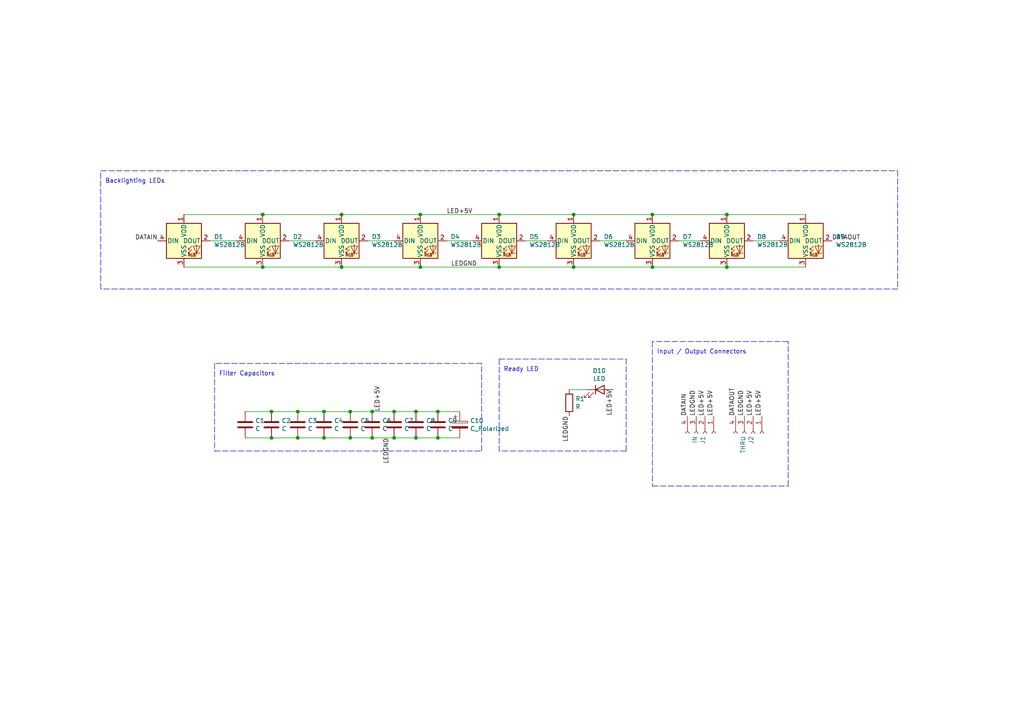
<source format=kicad_sch>
(kicad_sch (version 20211123) (generator eeschema)
  (paper "A4")
  (title_block (title "GEN TIE PANEL") (date "2023-02-10") (rev "3"))
  (lib_symbols
    (symbol "Connector:Conn_01x04_Female" (pin_names (offset 1.016) hide)
      (property "Reference" "J" (at 0 5.08 0))
      (property "Value" "Conn_01x04_Female" (at 0 -7.62 0))
      (symbol "Conn_01x04_Female_1_1"
        (arc (start 0 -4.572) (mid -0.508 -5.08) (end 0 -5.588) (stroke (width 0.1524)))
        (arc (start 0 -2.032) (mid -0.508 -2.54) (end 0 -3.048) (stroke (width 0.1524)))
        (polyline (pts (xy -1.27 -5.08) (xy -0.508 -5.08)) (stroke (width 0.1524)))
        (polyline (pts (xy -1.27 -2.54) (xy -0.508 -2.54)) (stroke (width 0.1524)))
        (polyline (pts (xy -1.27 0) (xy -0.508 0)) (stroke (width 0.1524)))
        (polyline (pts (xy -1.27 2.54) (xy -0.508 2.54)) (stroke (width 0.1524)))
        (arc (start 0 0.508) (mid -0.508 0) (end 0 -0.508) (stroke (width 0.1524)))
        (arc (start 0 3.048) (mid -0.508 2.54) (end 0 2.032) (stroke (width 0.1524)))
        (pin passive line (at -5.08 2.54 0) (length 3.81) (name "Pin_1") (number "1"))
        (pin passive line (at -5.08 0 0) (length 3.81) (name "Pin_2") (number "2"))
        (pin passive line (at -5.08 -2.54 0) (length 3.81) (name "Pin_3") (number "3"))
        (pin passive line (at -5.08 -5.08 0) (length 3.81) (name "Pin_4") (number "4"))
      )
    )
    (symbol "Device:C" (pin_numbers hide) (pin_names (offset 0.254))
      (property "Reference" "C" (at 0.635 2.54 0))
      (property "Value" "C" (at 0.635 -2.54 0))
      (symbol "C_0_1"
        (polyline (pts (xy -2.032 -0.762) (xy 2.032 -0.762)) (stroke (width 0.508)))
        (polyline (pts (xy -2.032 0.762) (xy 2.032 0.762)) (stroke (width 0.508)))
      )
      (symbol "C_1_1"
        (pin passive line (at 0 3.81 270) (length 2.794) (name "~") (number "1"))
        (pin passive line (at 0 -3.81 90) (length 2.794) (name "~") (number "2"))
      )
    )
    (symbol "Device:C_Polarized" (pin_numbers hide) (pin_names (offset 0.254))
      (property "Reference" "C" (at 0.635 2.54 0))
      (property "Value" "C_Polarized" (at 0.635 -2.54 0))
      (symbol "C_Polarized_0_1"
        (rectangle (start -2.286 0.508) (end 2.286 1.016))
        (polyline (pts (xy -1.778 2.286) (xy -0.762 2.286)))
        (polyline (pts (xy -1.27 2.794) (xy -1.27 1.778)))
        (rectangle (start 2.286 -0.508) (end -2.286 -1.016) (fill (type outline)))
      )
      (symbol "C_Polarized_1_1"
        (pin passive line (at 0 3.81 270) (length 2.794) (name "~") (number "1"))
        (pin passive line (at 0 -3.81 90) (length 2.794) (name "~") (number "2"))
      )
    )
    (symbol "Device:LED" (pin_numbers hide) (pin_names (offset 1.016) hide)
      (property "Reference" "D" (at 0 2.54 0))
      (property "Value" "LED" (at 0 -2.54 0))
      (symbol "LED_0_1"
        (polyline (pts (xy -1.27 -1.27) (xy -1.27 1.27)) (stroke (width 0.254)))
        (polyline (pts (xy -1.27 0) (xy 1.27 0)))
        (polyline (pts (xy 1.27 -1.27) (xy 1.27 1.27) (xy -1.27 0) (xy 1.27 -1.27)) (stroke (width 0.254)))
        (polyline (pts (xy -3.048 -0.762) (xy -4.572 -2.286) (xy -3.81 -2.286) (xy -4.572 -2.286) (xy -4.572 -1.524)))
        (polyline (pts (xy -1.778 -0.762) (xy -3.302 -2.286) (xy -2.54 -2.286) (xy -3.302 -2.286) (xy -3.302 -1.524)))
      )
      (symbol "LED_1_1"
        (pin passive line (at -3.81 0 0) (length 2.54) (name "K") (number "1"))
        (pin passive line (at 3.81 0 180) (length 2.54) (name "A") (number "2"))
      )
    )
    (symbol "Device:R" (pin_numbers hide) (pin_names (offset 0))
      (property "Reference" "R" (at 2.032 0 90))
      (property "Value" "R" (at 0 0 90))
      (symbol "R_0_1"
        (rectangle (start -1.016 -2.54) (end 1.016 2.54) (stroke (width 0.254)))
      )
      (symbol "R_1_1"
        (pin passive line (at 0 3.81 270) (length 1.27) (name "~") (number "1"))
        (pin passive line (at 0 -3.81 90) (length 1.27) (name "~") (number "2"))
      )
    )
    (symbol "LED:WS2812B" (pin_names (offset 0.254))
      (property "Reference" "D" (at 5.08 5.715 0))
      (property "Value" "WS2812B" (at 1.27 -5.715 0))
      (symbol "WS2812B_0_0"
        (text "RGB" (at 2.286 -4.191 0) (effects (font (size 0.762 0.762))))
      )
      (symbol "WS2812B_0_1"
        (polyline (pts (xy 1.27 -3.556) (xy 1.778 -3.556)))
        (polyline (pts (xy 1.27 -2.54) (xy 1.778 -2.54)))
        (polyline (pts (xy 4.699 -3.556) (xy 2.667 -3.556)))
        (polyline (pts (xy 2.286 -2.54) (xy 1.27 -3.556) (xy 1.27 -3.048)))
        (polyline (pts (xy 2.286 -1.524) (xy 1.27 -2.54) (xy 1.27 -2.032)))
        (polyline (pts (xy 3.683 -1.016) (xy 3.683 -3.556) (xy 3.683 -4.064)))
        (polyline (pts (xy 4.699 -1.524) (xy 2.667 -1.524) (xy 3.683 -3.556) (xy 4.699 -1.524)))
        (rectangle (start 5.08 5.08) (end -5.08 -5.08) (stroke (width 0.254)) (fill (type background)))
      )
      (symbol "WS2812B_1_1"
        (pin power_in line (at 0 7.62 270) (length 2.54) (name "VDD") (number "1"))
        (pin output line (at 7.62 0 180) (length 2.54) (name "DOUT") (number "2"))
        (pin power_in line (at 0 -7.62 90) (length 2.54) (name "VSS") (number "3"))
        (pin input line (at -7.62 0 0) (length 2.54) (name "DIN") (number "4"))
      )
    )
  )
  (junction (at 210.82 77.47))
  (junction (at 99.06 62.23))
  (junction (at 101.6 127))
  (junction (at 76.2 62.23))
  (junction (at 93.98 119.38))
  (junction (at 144.78 62.23))
  (junction (at 86.36 127))
  (junction (at 120.65 127))
  (junction (at 121.92 77.47))
  (junction (at 120.65 119.38))
  (junction (at 144.78 77.47))
  (junction (at 114.3 119.38))
  (junction (at 189.23 77.47))
  (junction (at 93.98 127))
  (junction (at 189.23 62.23))
  (junction (at 86.36 119.38))
  (junction (at 101.6 119.38))
  (junction (at 107.95 119.38))
  (junction (at 114.3 127))
  (junction (at 166.37 77.47))
  (junction (at 127 119.38))
  (junction (at 76.2 77.47))
  (junction (at 166.37 62.23))
  (junction (at 107.95 127))
  (junction (at 121.92 62.23))
  (junction (at 99.06 77.47))
  (junction (at 78.74 127))
  (junction (at 127 127))
  (junction (at 210.82 62.23))
  (junction (at 78.74 119.38))
  (wire (pts (xy 106.68 69.85) (xy 114.3 69.85)))
  (wire (pts (xy 86.36 127) (xy 93.98 127)))
  (wire (pts (xy 76.2 62.23) (xy 99.06 62.23)))
  (polyline (pts (xy 228.6 140.97) (xy 228.6 99.06)))
  (wire (pts (xy 144.78 62.23) (xy 166.37 62.23)))
  (wire (pts (xy 121.92 62.23) (xy 144.78 62.23)))
  (wire (pts (xy 101.6 119.38) (xy 107.95 119.38)))
  (wire (pts (xy 114.3 127) (xy 120.65 127)))
  (wire (pts (xy 71.12 127) (xy 78.74 127)))
  (wire (pts (xy 120.65 119.38) (xy 127 119.38)))
  (wire (pts (xy 76.2 77.47) (xy 53.34 77.47)))
  (wire (pts (xy 152.4 69.85) (xy 158.75 69.85)))
  (polyline (pts (xy 144.78 104.14) (xy 144.78 130.81)))
  (wire (pts (xy 127 127) (xy 133.35 127)))
  (wire (pts (xy 107.95 119.38) (xy 114.3 119.38)))
  (wire (pts (xy 107.95 127) (xy 114.3 127)))
  (wire (pts (xy 196.85 69.85) (xy 203.2 69.85)))
  (wire (pts (xy 189.23 77.47) (xy 166.37 77.47)))
  (wire (pts (xy 210.82 62.23) (xy 233.68 62.23)))
  (wire (pts (xy 166.37 62.23) (xy 189.23 62.23)))
  (wire (pts (xy 166.37 77.47) (xy 144.78 77.47)))
  (polyline (pts (xy 189.23 99.06) (xy 189.23 140.97)))
  (wire (pts (xy 218.44 69.85) (xy 226.06 69.85)))
  (wire (pts (xy 170.18 113.03) (xy 165.1 113.03)))
  (wire (pts (xy 71.12 119.38) (xy 78.74 119.38)))
  (wire (pts (xy 78.74 119.38) (xy 86.36 119.38)))
  (polyline (pts (xy 228.6 99.06) (xy 189.23 99.06)))
  (wire (pts (xy 83.82 69.85) (xy 91.44 69.85)))
  (wire (pts (xy 120.65 127) (xy 127 127)))
  (polyline (pts (xy 139.7 130.81) (xy 139.7 105.41)))
  (polyline (pts (xy 29.21 83.82) (xy 29.21 49.53)))
  (wire (pts (xy 99.06 62.23) (xy 121.92 62.23)))
  (polyline (pts (xy 181.61 130.81) (xy 144.78 130.81)))
  (wire (pts (xy 121.92 77.47) (xy 99.06 77.47)))
  (wire (pts (xy 78.74 127) (xy 86.36 127)))
  (wire (pts (xy 114.3 119.38) (xy 120.65 119.38)))
  (wire (pts (xy 93.98 127) (xy 101.6 127)))
  (polyline (pts (xy 260.35 49.53) (xy 260.35 83.82)))
  (wire (pts (xy 127 119.38) (xy 133.35 119.38)))
  (polyline (pts (xy 144.78 104.14) (xy 181.61 104.14)))
  (polyline (pts (xy 189.23 140.97) (xy 228.6 140.97)))
  (wire (pts (xy 189.23 62.23) (xy 210.82 62.23)))
  (polyline (pts (xy 260.35 83.82) (xy 29.21 83.82)))
  (polyline (pts (xy 29.21 49.53) (xy 260.35 49.53)))
  (wire (pts (xy 210.82 77.47) (xy 189.23 77.47)))
  (polyline (pts (xy 62.23 130.81) (xy 139.7 130.81)))
  (wire (pts (xy 99.06 77.47) (xy 76.2 77.47)))
  (wire (pts (xy 233.68 77.47) (xy 210.82 77.47)))
  (wire (pts (xy 60.96 69.85) (xy 68.58 69.85)))
  (wire (pts (xy 173.99 69.85) (xy 181.61 69.85)))
  (wire (pts (xy 93.98 119.38) (xy 101.6 119.38)))
  (wire (pts (xy 101.6 127) (xy 107.95 127)))
  (wire (pts (xy 144.78 77.47) (xy 121.92 77.47)))
  (wire (pts (xy 53.34 62.23) (xy 76.2 62.23)))
  (wire (pts (xy 86.36 119.38) (xy 93.98 119.38)))
  (polyline (pts (xy 62.23 105.41) (xy 62.23 130.81)))
  (polyline (pts (xy 181.61 130.81) (xy 181.61 104.14)))
  (polyline (pts (xy 139.7 105.41) (xy 62.23 105.41)))
  (wire (pts (xy 129.54 69.85) (xy 137.16 69.85)))
  (text "Input / Output Connectors" (at 190.5 102.87 0) (effects (font (size 1.27 1.27)) (justify left bottom)))
  (text "Backlighting LEDs" (at 30.48 53.34 0) (effects (font (size 1.27 1.27)) (justify left bottom)))
  (text "Filter Capacitors" (at 63.5 109.22 0) (effects (font (size 1.27 1.27)) (justify left bottom)))
  (text "Ready LED" (at 146.05 107.95 0) (effects (font (size 1.27 1.27)) (justify left bottom)))
  (label "LEDGND" (at 113.03 127 270))
  (label "LEDGND" (at 201.93 120.65 90))
  (label "LED+5V" (at 129.54 62.23 0))
  (label "LEDGND" (at 165.1 120.65 270))
  (label "LED+5V" (at 204.47 120.65 90))
  (label "DATAIN" (at 199.39 120.65 90))
  (label "LED+5V" (at 220.98 120.65 90))
  (label "LED+5V" (at 110.49 119.38 90))
  (label "LEDGND" (at 215.9 120.65 90))
  (label "LED+5V" (at 177.8 113.03 270))
  (label "DATAOUT" (at 213.36 120.65 90))
  (label "LED+5V" (at 218.44 120.65 90))
  (label "DATAOUT" (at 241.3 69.85 0))
  (label "DATAIN" (at 45.72 69.85 180))
  (label "LED+5V" (at 207.01 120.65 90))
  (label "LEDGND" (at 130.81 77.47 0))
  (symbol (lib_id "Device:LED") (at 173.99 113.03 0) (unit 1)
    (property "Reference" "D10" (at 173.8122 107.5182 0))
    (property "Value" "LED" (at 173.8122 109.8296 0))
    (property "Footprint" "OH_Footprints:LED_D3.0mm" (effects hide))
  )
  (symbol (lib_id "Device:C") (at 71.12 123.19 0) (unit 1)
    (property "Reference" "C1" (at 74.041 122.0216 0) (effects (justify left)))
    (property "Value" "C" (at 74.041 124.333 0) (effects (justify left)))
    (property "Footprint" "OH_Footprints:C_0603_1608Metric" (effects hide))
  )
  (symbol (lib_id "Device:R") (at 165.1 116.84 0) (unit 1)
    (property "Reference" "R1" (at 166.878 115.6716 0) (effects (justify left)))
    (property "Value" "R" (at 166.878 117.983 0) (effects (justify left)))
    (property "Footprint" "OH_Footprints:R_0603_1608Metric" (effects hide))
  )
  (symbol (lib_id "Device:C") (at 78.74 123.19 0) (unit 1)
    (property "Reference" "C2" (at 81.661 122.0216 0) (effects (justify left)))
    (property "Value" "C" (at 81.661 124.333 0) (effects (justify left)))
    (property "Footprint" "OH_Footprints:C_0603_1608Metric" (effects hide))
  )
  (symbol (lib_id "Device:C") (at 86.36 123.19 0) (unit 1)
    (property "Reference" "C3" (at 89.281 122.0216 0) (effects (justify left)))
    (property "Value" "C" (at 89.281 124.333 0) (effects (justify left)))
    (property "Footprint" "OH_Footprints:C_0603_1608Metric" (effects hide))
  )
  (symbol (lib_id "Device:C") (at 93.98 123.19 0) (unit 1)
    (property "Reference" "C4" (at 96.901 122.0216 0) (effects (justify left)))
    (property "Value" "C" (at 96.901 124.333 0) (effects (justify left)))
    (property "Footprint" "OH_Footprints:C_0603_1608Metric" (effects hide))
  )
  (symbol (lib_id "Device:C") (at 101.6 123.19 0) (unit 1)
    (property "Reference" "C5" (at 104.521 122.0216 0) (effects (justify left)))
    (property "Value" "C" (at 104.521 124.333 0) (effects (justify left)))
    (property "Footprint" "OH_Footprints:C_0603_1608Metric" (effects hide))
  )
  (symbol (lib_id "Device:C") (at 107.95 123.19 0) (unit 1)
    (property "Reference" "C6" (at 110.871 122.0216 0) (effects (justify left)))
    (property "Value" "C" (at 110.871 124.333 0) (effects (justify left)))
    (property "Footprint" "OH_Footprints:C_0603_1608Metric" (effects hide))
  )
  (symbol (lib_id "Device:C") (at 114.3 123.19 0) (unit 1)
    (property "Reference" "C7" (at 117.221 122.0216 0) (effects (justify left)))
    (property "Value" "C" (at 117.221 124.333 0) (effects (justify left)))
    (property "Footprint" "OH_Footprints:C_0603_1608Metric" (effects hide))
  )
  (symbol (lib_id "Device:C") (at 127 123.19 0) (unit 1)
    (property "Reference" "C9" (at 129.921 122.0216 0) (effects (justify left)))
    (property "Value" "C" (at 129.921 124.333 0) (effects (justify left)))
    (property "Footprint" "OH_Footprints:C_0603_1608Metric" (effects hide))
  )
  (symbol (lib_id "Device:C_Polarized") (at 133.35 123.19 0) (unit 1)
    (property "Reference" "C10" (at 136.3472 122.0216 0) (effects (justify left)))
    (property "Value" "C_Polarized" (at 136.3472 124.333 0) (effects (justify left)))
    (property "Footprint" "OH_Footprints:CP_Elec_8x10" (effects hide))
  )
  (symbol (lib_id "Connector:Conn_01x04_Female") (at 204.47 125.73 270) (unit 1)
    (property "Reference" "J1" (at 203.8604 126.4412 0) (effects (justify left)))
    (property "Value" "IN" (at 201.549 126.4412 0) (effects (justify left)))
    (property "Footprint" "OH_Footprints:Molex_Mini-Fit_Jr_5566-04A_2x02_P4.20mm_Vertical" (effects hide))
  )
  (symbol (lib_id "Connector:Conn_01x04_Female") (at 218.44 125.73 270) (unit 1)
    (property "Reference" "J2" (at 217.8304 126.4412 0) (effects (justify left)))
    (property "Value" "THRU" (at 215.519 126.4412 0) (effects (justify left)))
    (property "Footprint" "OH_Footprints:Molex_Mini-Fit_Jr_5566-04A_2x02_P4.20mm_Vertical" (effects hide))
  )
  (symbol (lib_id "LED:WS2812B") (at 53.34 69.85 0) (unit 1)
    (property "Reference" "D1" (at 62.0776 68.6816 0) (effects (justify left)))
    (property "Value" "WS2812B" (at 62.0776 70.993 0) (effects (justify left)))
    (property "Footprint" "OH_Footprints:LED_WS2812B_PLCC4_5.0x5.0mm_P3.2mm" (effects hide))
    (property "Datasheet" "https://cdn-shop.adafruit.com/datasheets/WS2812B.pdf" (effects hide))
  )
  (symbol (lib_id "LED:WS2812B") (at 76.2 69.85 0) (unit 1)
    (property "Reference" "D2" (at 84.9376 68.6816 0) (effects (justify left)))
    (property "Value" "WS2812B" (at 84.9376 70.993 0) (effects (justify left)))
    (property "Footprint" "OH_Footprints:LED_WS2812B_PLCC4_5.0x5.0mm_P3.2mm" (effects hide))
    (property "Datasheet" "https://cdn-shop.adafruit.com/datasheets/WS2812B.pdf" (effects hide))
  )
  (symbol (lib_id "LED:WS2812B") (at 99.06 69.85 0) (unit 1)
    (property "Reference" "D3" (at 107.7976 68.6816 0) (effects (justify left)))
    (property "Value" "WS2812B" (at 107.7976 70.993 0) (effects (justify left)))
    (property "Footprint" "OH_Footprints:LED_WS2812B_PLCC4_5.0x5.0mm_P3.2mm" (effects hide))
    (property "Datasheet" "https://cdn-shop.adafruit.com/datasheets/WS2812B.pdf" (effects hide))
  )
  (symbol (lib_id "LED:WS2812B") (at 121.92 69.85 0) (unit 1)
    (property "Reference" "D4" (at 130.6576 68.6816 0) (effects (justify left)))
    (property "Value" "WS2812B" (at 130.6576 70.993 0) (effects (justify left)))
    (property "Footprint" "OH_Footprints:LED_WS2812B_PLCC4_5.0x5.0mm_P3.2mm" (effects hide))
    (property "Datasheet" "https://cdn-shop.adafruit.com/datasheets/WS2812B.pdf" (effects hide))
  )
  (symbol (lib_id "LED:WS2812B") (at 144.78 69.85 0) (unit 1)
    (property "Reference" "D5" (at 153.5176 68.6816 0) (effects (justify left)))
    (property "Value" "WS2812B" (at 153.5176 70.993 0) (effects (justify left)))
    (property "Footprint" "OH_Footprints:LED_WS2812B_PLCC4_5.0x5.0mm_P3.2mm" (effects hide))
    (property "Datasheet" "https://cdn-shop.adafruit.com/datasheets/WS2812B.pdf" (effects hide))
  )
  (symbol (lib_id "LED:WS2812B") (at 210.82 69.85 0) (unit 1)
    (property "Reference" "D8" (at 219.5576 68.6816 0) (effects (justify left)))
    (property "Value" "WS2812B" (at 219.5576 70.993 0) (effects (justify left)))
    (property "Footprint" "OH_Footprints:LED_WS2812B_PLCC4_5.0x5.0mm_P3.2mm" (effects hide))
    (property "Datasheet" "https://cdn-shop.adafruit.com/datasheets/WS2812B.pdf" (effects hide))
  )
  (symbol (lib_id "LED:WS2812B") (at 233.68 69.85 0) (unit 1)
    (property "Reference" "D9" (at 242.4176 68.6816 0) (effects (justify left)))
    (property "Value" "WS2812B" (at 242.4176 70.993 0) (effects (justify left)))
    (property "Footprint" "OH_Footprints:LED_WS2812B_PLCC4_5.0x5.0mm_P3.2mm" (effects hide))
    (property "Datasheet" "https://cdn-shop.adafruit.com/datasheets/WS2812B.pdf" (effects hide))
  )
  (symbol (lib_id "Device:C") (at 120.65 123.19 0) (unit 1)
    (property "Reference" "C8" (at 123.571 122.0216 0) (effects (justify left)))
    (property "Value" "C" (at 123.571 124.333 0) (effects (justify left)))
    (property "Footprint" "OH_Footprints:C_0603_1608Metric" (effects hide))
  )
  (symbol (lib_id "LED:WS2812B") (at 166.37 69.85 0) (unit 1)
    (property "Reference" "D6" (at 175.1076 68.6816 0) (effects (justify left)))
    (property "Value" "WS2812B" (at 175.1076 70.993 0) (effects (justify left)))
    (property "Footprint" "OH_Footprints:LED_WS2812B_PLCC4_5.0x5.0mm_P3.2mm" (effects hide))
    (property "Datasheet" "https://cdn-shop.adafruit.com/datasheets/WS2812B.pdf" (effects hide))
  )
  (symbol (lib_id "LED:WS2812B") (at 189.23 69.85 0) (unit 1)
    (property "Reference" "D7" (at 197.9676 68.6816 0) (effects (justify left)))
    (property "Value" "WS2812B" (at 197.9676 70.993 0) (effects (justify left)))
    (property "Footprint" "OH_Footprints:LED_WS2812B_PLCC4_5.0x5.0mm_P3.2mm" (effects hide))
    (property "Datasheet" "https://cdn-shop.adafruit.com/datasheets/WS2812B.pdf" (effects hide))
  )
)
</source>
